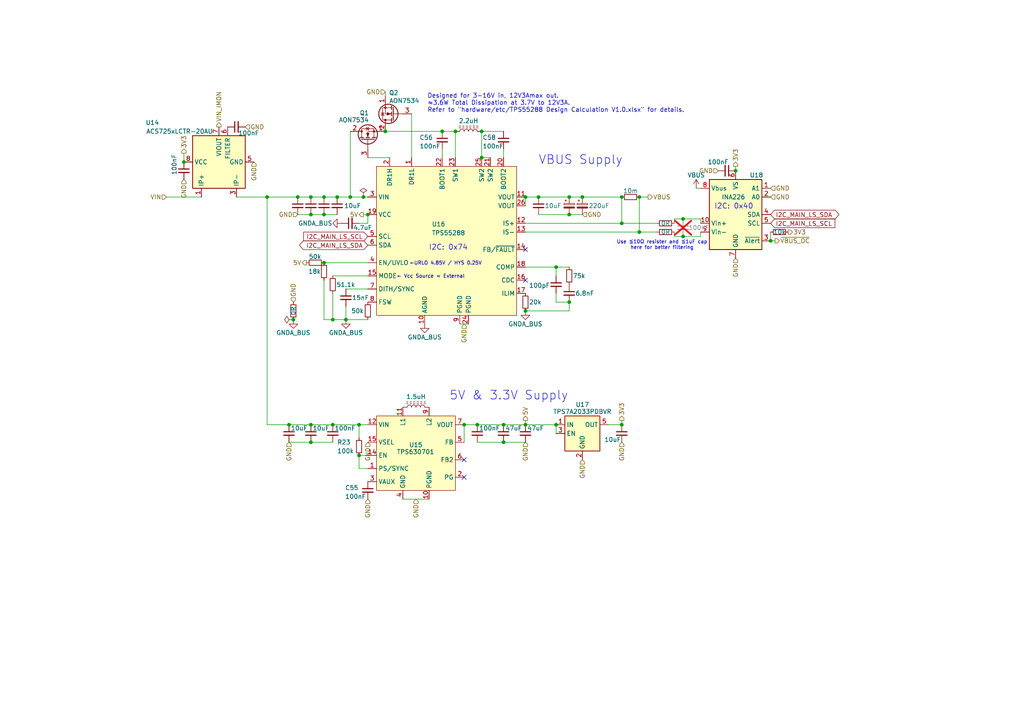
<source format=kicad_sch>
(kicad_sch (version 20231120) (generator "eeschema") (generator_version "8.0")
  (paper "A4")
  (lib_symbols
    (symbol "Device:C_Polarized_Small" (pin_numbers hide) (pin_names (offset 0.254) hide)
      (property "Reference" "C" (at 0.254 1.778 0))
      (property "Value" "C_Polarized_Small" (at 0.254 -2.032 0))
      (symbol "C_Polarized_Small_0_1"
        (rectangle (start -1.524 -0.3048) (end 1.524 -0.6858) (fill (type outline)))
        (rectangle (start -1.524 0.6858) (end 1.524 0.3048))
        (polyline (pts (xy -1.27 1.524) (xy -0.762 1.524)))
        (polyline (pts (xy -1.016 1.27) (xy -1.016 1.778)))
      )
      (symbol "C_Polarized_Small_1_1"
        (pin passive line (at 0 2.54 270) (length 1.8542) (name "~") (number "1"))
        (pin passive line (at 0 -2.54 90) (length 1.8542) (name "~") (number "2"))
      )
    )
    (symbol "Device:C_Small" (pin_numbers hide) (pin_names (offset 0.254) hide)
      (property "Reference" "C" (at 0.254 1.778 0))
      (property "Value" "C_Small" (at 0.254 -2.032 0))
      (symbol "C_Small_0_1"
        (polyline (pts (xy -1.524 -0.508) (xy 1.524 -0.508)) (stroke (width 0.3302)))
        (polyline (pts (xy -1.524 0.508) (xy 1.524 0.508)) (stroke (width 0.3048)))
      )
      (symbol "C_Small_1_1"
        (pin passive line (at 0 2.54 270) (length 2.032) (name "~") (number "1"))
        (pin passive line (at 0 -2.54 90) (length 2.032) (name "~") (number "2"))
      )
    )
    (symbol "Device:L_Ferrite" (pin_numbers hide) (pin_names (offset 1.016) hide)
      (property "Reference" "L" (at -1.27 0 90))
      (property "Value" "L_Ferrite" (at 2.794 0 90))
      (symbol "L_Ferrite_0_1"
        (arc (start 0 -2.54) (mid 0.6323 -1.905) (end 0 -1.27))
        (arc (start 0 -1.27) (mid 0.6323 -0.635) (end 0 0))
        (polyline (pts (xy 1.016 -2.794) (xy 1.016 -2.286)))
        (polyline (pts (xy 1.016 -1.778) (xy 1.016 -1.27)))
        (polyline (pts (xy 1.016 -0.762) (xy 1.016 -0.254)))
        (polyline (pts (xy 1.016 0.254) (xy 1.016 0.762)))
        (polyline (pts (xy 1.016 1.27) (xy 1.016 1.778)))
        (polyline (pts (xy 1.016 2.286) (xy 1.016 2.794)))
        (polyline (pts (xy 1.524 -2.286) (xy 1.524 -2.794)))
        (polyline (pts (xy 1.524 -1.27) (xy 1.524 -1.778)))
        (polyline (pts (xy 1.524 -0.254) (xy 1.524 -0.762)))
        (polyline (pts (xy 1.524 0.762) (xy 1.524 0.254)))
        (polyline (pts (xy 1.524 1.778) (xy 1.524 1.27)))
        (polyline (pts (xy 1.524 2.794) (xy 1.524 2.286)))
        (arc (start 0 0) (mid 0.6323 0.635) (end 0 1.27))
        (arc (start 0 1.27) (mid 0.6323 1.905) (end 0 2.54))
      )
      (symbol "L_Ferrite_1_1"
        (pin passive line (at 0 3.81 270) (length 1.27) (name "1") (number "1"))
        (pin passive line (at 0 -3.81 90) (length 1.27) (name "2") (number "2"))
      )
    )
    (symbol "Device:Q_NMOS_SDG" (pin_names (offset 0) hide)
      (property "Reference" "Q" (at 5.08 1.27 0))
      (property "Value" "Q_NMOS_SDG" (at 5.08 -1.27 0))
      (symbol "Q_NMOS_SDG_0_1"
        (polyline (pts (xy 0.254 0) (xy -2.54 0)))
        (polyline (pts (xy 0.254 1.905) (xy 0.254 -1.905)) (stroke (width 0.254)))
        (polyline (pts (xy 0.762 -1.27) (xy 0.762 -2.286)) (stroke (width 0.254)))
        (polyline (pts (xy 0.762 0.508) (xy 0.762 -0.508)) (stroke (width 0.254)))
        (polyline (pts (xy 0.762 2.286) (xy 0.762 1.27)) (stroke (width 0.254)))
        (polyline (pts (xy 2.54 2.54) (xy 2.54 1.778)))
        (polyline (pts (xy 2.54 -2.54) (xy 2.54 0) (xy 0.762 0)))
        (polyline (pts (xy 0.762 -1.778) (xy 3.302 -1.778) (xy 3.302 1.778) (xy 0.762 1.778)))
        (polyline (pts (xy 1.016 0) (xy 2.032 0.381) (xy 2.032 -0.381) (xy 1.016 0)) (fill (type outline)))
        (polyline (pts (xy 2.794 0.508) (xy 2.921 0.381) (xy 3.683 0.381) (xy 3.81 0.254)))
        (polyline (pts (xy 3.302 0.381) (xy 2.921 -0.254) (xy 3.683 -0.254) (xy 3.302 0.381)))
        (circle (center 1.651 0) (radius 2.794) (stroke (width 0.254)))
        (circle (center 2.54 -1.778) (radius 0.254) (fill (type outline)))
        (circle (center 2.54 1.778) (radius 0.254) (fill (type outline)))
      )
      (symbol "Q_NMOS_SDG_1_1"
        (pin passive line (at 2.54 -5.08 90) (length 2.54) (name "S") (number "1"))
        (pin passive line (at 2.54 5.08 270) (length 2.54) (name "D") (number "2"))
        (pin input line (at -5.08 0 0) (length 2.54) (name "G") (number "3"))
      )
    )
    (symbol "Device:R_Small" (pin_numbers hide) (pin_names (offset 0.254) hide)
      (property "Reference" "R" (at 0.762 0.508 0))
      (property "Value" "R_Small" (at 0.762 -1.016 0))
      (symbol "R_Small_0_1"
        (rectangle (start -0.762 1.778) (end 0.762 -1.778) (stroke (width 0.2032)))
      )
      (symbol "R_Small_1_1"
        (pin passive line (at 0 2.54 270) (length 0.762) (name "~") (number "1"))
        (pin passive line (at 0 -2.54 90) (length 0.762) (name "~") (number "2"))
      )
    )
    (symbol "Local:TPS55288"
      (property "Reference" "U" (at -6.35 3.81 0))
      (property "Value" "TPS55288" (at -6.35 3.81 0))
      (symbol "TPS55288_0_1"
        (rectangle (start -20.32 21.59) (end 20.32 -21.59) (fill (type background)))
      )
      (symbol "TPS55288_1_1"
        (pin output line (at -10.16 24.13 270) (length 2.54) (name "DR1L") (number "1"))
        (pin power_in line (at -6.35 -24.13 90) (length 2.54) (name "AGND") (number "10"))
        (pin power_out line (at 22.86 12.7 180) (length 2.54) (name "VOUT") (number "11"))
        (pin input line (at 22.86 5.08 180) (length 2.54) (name "IS+") (number "12"))
        (pin input line (at 22.86 2.54 180) (length 2.54) (name "IS-") (number "13"))
        (pin bidirectional line (at 22.86 -2.54 180) (length 2.54) (name "FB/~{FAULT}") (number "14"))
        (pin input line (at -22.86 -10.16 0) (length 2.54) (name "MODE") (number "15"))
        (pin output line (at 22.86 -11.43 180) (length 2.54) (name "CDC") (number "16"))
        (pin output line (at 22.86 -15.24 180) (length 2.54) (name "ILIM") (number "17"))
        (pin input line (at 22.86 -7.62 180) (length 2.54) (name "COMP") (number "18"))
        (pin power_out line (at -22.86 7.62 0) (length 2.54) (name "VCC") (number "19"))
        (pin output line (at -16.51 24.13 270) (length 2.54) (name "DR1H") (number "2"))
        (pin unspecified line (at 16.51 24.13 270) (length 2.54) (name "BOOT2") (number "20"))
        (pin unspecified line (at 12.7 24.13 270) (length 2.54) (name "SW2") (number "21"))
        (pin unspecified line (at -1.27 24.13 270) (length 2.54) (name "BOOT1") (number "22"))
        (pin unspecified line (at 2.54 24.13 270) (length 2.54) (name "SW1") (number "23"))
        (pin power_in line (at 6.35 -24.13 90) (length 2.54) (name "PGND") (number "24"))
        (pin unspecified line (at 10.16 24.13 270) (length 2.54) (name "SW2") (number "25"))
        (pin power_out line (at 22.86 10.16 180) (length 2.54) (name "VOUT") (number "26"))
        (pin power_in line (at -22.86 12.7 0) (length 2.54) (name "VIN") (number "3"))
        (pin input line (at -22.86 -6.35 0) (length 2.54) (name "EN/UVLO") (number "4"))
        (pin input line (at -22.86 1.27 0) (length 2.54) (name "SCL") (number "5"))
        (pin bidirectional line (at -22.86 -1.27 0) (length 2.54) (name "SDA") (number "6"))
        (pin input line (at -22.86 -13.97 0) (length 2.54) (name "DITH/SYNC") (number "7"))
        (pin output line (at -22.86 -17.78 0) (length 2.54) (name "FSW") (number "8"))
        (pin power_in line (at 3.81 -24.13 90) (length 2.54) (name "PGND") (number "9"))
      )
    )
    (symbol "Local:TPS630701"
      (property "Reference" "U" (at 0 0 0))
      (property "Value" "TPS630701" (at 0 0 0))
      (symbol "TPS630701_0_1"
        (rectangle (start -11.43 10.16) (end 11.43 -11.43) (fill (type background)))
      )
      (symbol "TPS630701_1_1"
        (pin input line (at -13.97 -5.08 0) (length 2.54) (name "PS/SYNC") (number "1"))
        (pin power_in line (at 3.81 -13.97 90) (length 2.54) (name "PGND") (number "10"))
        (pin unspecified line (at -3.81 12.7 270) (length 2.54) (name "L1") (number "11"))
        (pin power_in line (at -13.97 7.62 0) (length 2.54) (name "VIN") (number "12"))
        (pin input line (at -13.97 -1.27 0) (length 2.54) (name "EN") (number "14"))
        (pin input line (at -13.97 2.54 0) (length 2.54) (name "VSEL") (number "15"))
        (pin open_collector line (at 13.97 -7.62 180) (length 2.54) (name "PG") (number "2"))
        (pin unspecified line (at -13.97 -8.89 0) (length 2.54) (name "VAUX") (number "3"))
        (pin power_in line (at -3.81 -13.97 90) (length 2.54) (name "GND") (number "4"))
        (pin input line (at 13.97 2.54 180) (length 2.54) (name "FB") (number "5"))
        (pin input line (at 13.97 -2.54 180) (length 2.54) (name "FB2") (number "6"))
        (pin power_out line (at 13.97 7.62 180) (length 2.54) (name "VOUT") (number "7"))
        (pin unspecified line (at 3.81 12.7 270) (length 2.54) (name "L2") (number "9"))
      )
    )
    (symbol "Local:TPS7A2033PDBVR"
      (property "Reference" "U" (at -3.81 6.35 0))
      (property "Value" "TPS7A2033PDBVR" (at 6.35 6.35 0))
      (symbol "TPS7A2033PDBVR_0_1"
        (rectangle (start -5.08 -5.08) (end 5.08 5.08) (stroke (width 0.254)) (fill (type background)))
        (pin power_in line (at -7.62 2.54 0) (length 2.54) (name "IN") (number "1"))
        (pin power_in line (at 0 -7.62 90) (length 2.54) (name "GND") (number "2"))
        (pin input line (at -7.62 0 0) (length 2.54) (name "EN") (number "3"))
        (pin no_connect line (at 5.08 0 180) (length 2.54) hide (name "NC") (number "4"))
        (pin power_out line (at 7.62 2.54 180) (length 2.54) (name "OUT") (number "5"))
      )
    )
    (symbol "Sensor_Current:ACS725xLCTR-20AU"
      (property "Reference" "U" (at 2.54 11.43 0))
      (property "Value" "ACS725xLCTR-20AU" (at 2.54 8.89 0))
      (symbol "ACS725xLCTR-20AU_0_1"
        (rectangle (start -7.62 7.62) (end 7.62 -7.62) (stroke (width 0.254)) (fill (type background)))
      )
      (symbol "ACS725xLCTR-20AU_1_1"
        (pin passive line (at -10.16 5.08 0) (length 2.54) (name "IP+") (number "1"))
        (pin passive line (at -10.16 5.08 0) (length 2.54) hide (name "IP+") (number "2"))
        (pin passive line (at -10.16 -5.08 0) (length 2.54) (name "IP-") (number "3"))
        (pin passive line (at -10.16 -5.08 0) (length 2.54) hide (name "IP-") (number "4"))
        (pin power_in line (at 0 -10.16 90) (length 2.54) (name "GND") (number "5"))
        (pin passive line (at 10.16 -2.54 180) (length 2.54) (name "FILTER") (number "6"))
        (pin output line (at 10.16 0 180) (length 2.54) (name "VIOUT") (number "7"))
        (pin power_in line (at 0 10.16 270) (length 2.54) (name "VCC") (number "8"))
      )
    )
    (symbol "Sensor_Energy:INA226"
      (property "Reference" "U" (at -6.35 11.43 0))
      (property "Value" "INA226" (at 3.81 11.43 0))
      (symbol "INA226_0_1"
        (rectangle (start 7.62 10.16) (end -7.62 -10.16) (stroke (width 0.254)) (fill (type background)))
      )
      (symbol "INA226_1_1"
        (pin input line (at 10.16 7.62 180) (length 2.54) (name "A1") (number "1"))
        (pin input line (at -10.16 -2.54 0) (length 2.54) (name "Vin+") (number "10"))
        (pin input line (at 10.16 5.08 180) (length 2.54) (name "A0") (number "2"))
        (pin open_collector line (at 10.16 -7.62 180) (length 2.54) (name "~{Alert}") (number "3"))
        (pin bidirectional line (at 10.16 0 180) (length 2.54) (name "SDA") (number "4"))
        (pin input line (at 10.16 -2.54 180) (length 2.54) (name "SCL") (number "5"))
        (pin power_in line (at 0 12.7 270) (length 2.54) (name "VS") (number "6"))
        (pin power_in line (at 0 -12.7 90) (length 2.54) (name "GND") (number "7"))
        (pin input line (at -10.16 7.62 0) (length 2.54) (name "Vbus") (number "8"))
        (pin input line (at -10.16 -5.08 0) (length 2.54) (name "Vin-") (number "9"))
      )
    )
    (symbol "power:GNDA" (power) (pin_numbers hide) (pin_names (offset 0) hide)
      (property "Value" "GNDA" (at 0 -3.81 0))
      (symbol "GNDA_0_1"
        (polyline (pts (xy 0 0) (xy 0 -1.27) (xy 1.27 -1.27) (xy 0 -2.54) (xy -1.27 -1.27) (xy 0 -1.27)))
      )
      (symbol "GNDA_1_1"
        (pin power_in line (at 0 0 270) (length 0) (name "~") (number "1"))
      )
    )
    (symbol "power:PWR_FLAG" (power) (pin_numbers hide) (pin_names (offset 0) hide)
      (property "Value" "PWR_FLAG" (at 0 3.81 0))
      (symbol "PWR_FLAG_0_0"
        (pin power_out line (at 0 0 90) (length 0) (name "~") (number "1"))
      )
      (symbol "PWR_FLAG_0_1"
        (polyline (pts (xy 0 0) (xy 0 1.27) (xy -1.016 1.905) (xy 0 2.54) (xy 1.016 1.905) (xy 0 1.27)))
      )
    )
    (symbol "power:VBUS" (power) (pin_numbers hide) (pin_names (offset 0) hide)
      (property "Value" "VBUS" (at 0 3.556 0))
      (symbol "VBUS_0_1"
        (polyline (pts (xy -0.762 1.27) (xy 0 2.54)))
        (polyline (pts (xy 0 0) (xy 0 2.54)))
        (polyline (pts (xy 0 2.54) (xy 0.762 1.27)))
      )
      (symbol "VBUS_1_1"
        (pin power_in line (at 0 0 90) (length 0) (name "~") (number "1"))
      )
    )
  )
  (junction (at 138.43 123.19))
  (junction (at 96.52 92.71))
  (junction (at 185.42 67.31))
  (junction (at 132.08 38.1))
  (junction (at 105.41 57.15))
  (junction (at 93.98 76.2))
  (junction (at 161.29 77.47))
  (junction (at 111.76 38.1))
  (junction (at 213.36 49.53))
  (junction (at 134.62 123.19))
  (junction (at 168.91 57.15))
  (junction (at 161.29 123.19))
  (junction (at 165.1 87.63))
  (junction (at 152.4 90.17))
  (junction (at 180.34 57.15))
  (junction (at 90.17 57.15))
  (junction (at 100.33 92.71))
  (junction (at 83.82 123.19))
  (junction (at 185.42 57.15))
  (junction (at 90.17 128.27))
  (junction (at 156.21 57.15))
  (junction (at 146.05 128.27))
  (junction (at 180.34 64.77))
  (junction (at 104.14 123.19))
  (junction (at 165.1 57.15))
  (junction (at 106.68 62.23))
  (junction (at 93.98 62.23))
  (junction (at 152.4 123.19))
  (junction (at 198.12 63.5))
  (junction (at 90.17 62.23))
  (junction (at 93.98 57.15))
  (junction (at 223.52 69.85))
  (junction (at 90.17 123.19))
  (junction (at 85.09 92.71))
  (junction (at 77.47 57.15))
  (junction (at 96.52 123.19))
  (junction (at 139.7 38.1))
  (junction (at 165.1 62.23))
  (junction (at 198.12 68.58))
  (junction (at 180.34 123.19))
  (junction (at 152.4 57.15))
  (junction (at 128.27 38.1))
  (junction (at 146.05 123.19))
  (junction (at 97.79 57.15))
  (junction (at 139.7 45.72))
  (junction (at 104.14 132.08))
  (junction (at 101.6 57.15))
  (junction (at 53.34 46.99))
  (junction (at 86.36 57.15))
  (no_connect (at 134.62 138.43))
  (no_connect (at 152.4 81.28))
  (no_connect (at 152.4 72.39))
  (no_connect (at 134.62 133.35))
  (wire (pts (xy 104.14 123.19) (xy 104.14 127)))
  (wire (pts (xy 90.17 128.27) (xy 96.52 128.27)))
  (wire (pts (xy 96.52 85.09) (xy 96.52 92.71)))
  (wire (pts (xy 224.79 69.85) (xy 223.52 69.85)))
  (wire (pts (xy 77.47 123.19) (xy 83.82 123.19)))
  (wire (pts (xy 93.98 81.28) (xy 93.98 92.71)))
  (wire (pts (xy 86.36 62.23) (xy 90.17 62.23)))
  (wire (pts (xy 105.41 57.15) (xy 106.68 57.15)))
  (wire (pts (xy 116.84 144.78) (xy 124.46 144.78)))
  (wire (pts (xy 106.68 92.71) (xy 100.33 92.71)))
  (wire (pts (xy 68.58 57.15) (xy 77.47 57.15)))
  (wire (pts (xy 132.08 38.1) (xy 132.08 45.72)))
  (wire (pts (xy 165.1 62.23) (xy 168.91 62.23)))
  (wire (pts (xy 104.14 135.89) (xy 106.68 135.89)))
  (wire (pts (xy 185.42 67.31) (xy 190.5 67.31)))
  (wire (pts (xy 203.2 63.5) (xy 203.2 64.77)))
  (wire (pts (xy 146.05 123.19) (xy 152.4 123.19)))
  (wire (pts (xy 180.34 64.77) (xy 180.34 57.15)))
  (wire (pts (xy 128.27 43.18) (xy 128.27 45.72)))
  (wire (pts (xy 128.27 38.1) (xy 132.08 38.1)))
  (wire (pts (xy 198.12 68.58) (xy 203.2 68.58)))
  (wire (pts (xy 201.93 54.61) (xy 203.2 54.61)))
  (wire (pts (xy 83.82 123.19) (xy 90.17 123.19)))
  (wire (pts (xy 203.2 68.58) (xy 203.2 67.31)))
  (wire (pts (xy 139.7 38.1) (xy 139.7 45.72)))
  (wire (pts (xy 161.29 77.47) (xy 165.1 77.47)))
  (wire (pts (xy 104.14 132.08) (xy 106.68 132.08)))
  (wire (pts (xy 139.7 45.72) (xy 142.24 45.72)))
  (wire (pts (xy 180.34 121.92) (xy 180.34 123.19)))
  (wire (pts (xy 139.7 38.1) (xy 146.05 38.1)))
  (wire (pts (xy 165.1 87.63) (xy 165.1 90.17)))
  (wire (pts (xy 161.29 123.19) (xy 161.29 125.73)))
  (wire (pts (xy 152.4 57.15) (xy 152.4 59.69)))
  (wire (pts (xy 93.98 76.2) (xy 106.68 76.2)))
  (wire (pts (xy 195.58 67.31) (xy 195.58 68.58)))
  (wire (pts (xy 101.6 57.15) (xy 105.41 57.15)))
  (wire (pts (xy 156.21 62.23) (xy 165.1 62.23)))
  (wire (pts (xy 96.52 80.01) (xy 106.68 80.01)))
  (wire (pts (xy 161.29 77.47) (xy 161.29 80.01)))
  (wire (pts (xy 185.42 57.15) (xy 187.96 57.15)))
  (wire (pts (xy 138.43 123.19) (xy 146.05 123.19)))
  (wire (pts (xy 195.58 68.58) (xy 198.12 68.58)))
  (wire (pts (xy 152.4 77.47) (xy 161.29 77.47)))
  (wire (pts (xy 185.42 67.31) (xy 185.42 57.15)))
  (wire (pts (xy 152.4 57.15) (xy 156.21 57.15)))
  (wire (pts (xy 90.17 62.23) (xy 93.98 62.23)))
  (wire (pts (xy 161.29 85.09) (xy 161.29 87.63)))
  (wire (pts (xy 100.33 83.82) (xy 106.68 83.82)))
  (wire (pts (xy 111.76 38.1) (xy 128.27 38.1)))
  (wire (pts (xy 198.12 63.5) (xy 203.2 63.5)))
  (wire (pts (xy 93.98 62.23) (xy 97.79 62.23)))
  (wire (pts (xy 106.68 64.77) (xy 106.68 62.23)))
  (wire (pts (xy 180.34 123.19) (xy 176.53 123.19)))
  (wire (pts (xy 104.14 64.77) (xy 106.68 64.77)))
  (wire (pts (xy 111.76 26.67) (xy 111.76 27.94)))
  (wire (pts (xy 93.98 57.15) (xy 97.79 57.15)))
  (wire (pts (xy 138.43 128.27) (xy 146.05 128.27)))
  (wire (pts (xy 223.52 67.31) (xy 223.52 69.85)))
  (wire (pts (xy 48.26 57.15) (xy 58.42 57.15)))
  (wire (pts (xy 152.4 121.92) (xy 152.4 123.19)))
  (wire (pts (xy 77.47 123.19) (xy 77.47 57.15)))
  (wire (pts (xy 146.05 128.27) (xy 152.4 128.27)))
  (wire (pts (xy 119.38 33.02) (xy 119.38 45.72)))
  (wire (pts (xy 168.91 57.15) (xy 180.34 57.15)))
  (wire (pts (xy 161.29 87.63) (xy 165.1 87.63)))
  (wire (pts (xy 165.1 57.15) (xy 168.91 57.15)))
  (wire (pts (xy 77.47 57.15) (xy 86.36 57.15)))
  (wire (pts (xy 106.68 45.72) (xy 113.03 45.72)))
  (wire (pts (xy 134.62 123.19) (xy 138.43 123.19)))
  (wire (pts (xy 93.98 92.71) (xy 96.52 92.71)))
  (wire (pts (xy 100.33 92.71) (xy 96.52 92.71)))
  (wire (pts (xy 195.58 63.5) (xy 198.12 63.5)))
  (wire (pts (xy 83.82 128.27) (xy 90.17 128.27)))
  (wire (pts (xy 53.34 44.45) (xy 53.34 46.99)))
  (wire (pts (xy 156.21 57.15) (xy 165.1 57.15)))
  (wire (pts (xy 146.05 43.18) (xy 146.05 45.72)))
  (wire (pts (xy 104.14 123.19) (xy 106.68 123.19)))
  (wire (pts (xy 96.52 123.19) (xy 104.14 123.19)))
  (wire (pts (xy 105.41 62.23) (xy 106.68 62.23)))
  (wire (pts (xy 100.33 92.71) (xy 100.33 88.9)))
  (wire (pts (xy 152.4 64.77) (xy 180.34 64.77)))
  (wire (pts (xy 152.4 123.19) (xy 161.29 123.19)))
  (wire (pts (xy 86.36 57.15) (xy 90.17 57.15)))
  (wire (pts (xy 133.35 93.98) (xy 135.89 93.98)))
  (wire (pts (xy 104.14 132.08) (xy 104.14 135.89)))
  (wire (pts (xy 134.62 123.19) (xy 134.62 128.27)))
  (wire (pts (xy 195.58 64.77) (xy 195.58 63.5)))
  (wire (pts (xy 97.79 57.15) (xy 101.6 57.15)))
  (wire (pts (xy 152.4 90.17) (xy 165.1 90.17)))
  (wire (pts (xy 152.4 67.31) (xy 185.42 67.31)))
  (wire (pts (xy 90.17 57.15) (xy 93.98 57.15)))
  (wire (pts (xy 213.36 48.26) (xy 213.36 49.53)))
  (wire (pts (xy 101.6 38.1) (xy 101.6 57.15)))
  (wire (pts (xy 90.17 123.19) (xy 96.52 123.19)))
  (wire (pts (xy 180.34 64.77) (xy 190.5 64.77)))
  (text "Use ≦10Ω resister and ≦1uF cap\nhere for better filtering" (at 192.024 71.12 0) (effects (font (size 1.016 1.016))))
  (text "5V & 3.3V Supply" (at 147.574 114.808 0) (effects (font (size 2.54 2.54))))
  (text "I2C: 0x74" (at 130.048 71.882 0) (effects (font (size 1.524 1.524))))
  (text "Designed for 3-16V in, 12V3Amax out.\n≈3.6W Total Dissipation at 3.7V to 12V3A.\nRefer to \"hardware/etc/TPS55288 Design Calculation V1.0.xlsx\" for details." (at 123.952 29.972 0) (effects (font (size 1.27 1.27)) (justify left)))
  (text "←URLO 4.85V / HYS 0.25V" (at 129.286 76.454 0) (effects (font (size 1.016 1.016))))
  (text "← Vcc Source = External" (at 124.968 80.264 0) (effects (font (size 1.016 1.016))))
  (text "VBUS Supply" (at 168.402 46.482 0) (effects (font (size 2.54 2.54))))
  (text "I2C: 0x40" (at 212.852 59.944 0) (effects (font (size 1.524 1.524))))
  (global_label "I2C_MAIN_LS_SCL" (shape input) (at 106.68 68.58 180) (property "Intersheetrefs" "${INTERSHEET_REFS}" (effects (hide yes))))
  (global_label "I2C_MAIN_LS_SDA" (shape bidirectional) (at 106.68 71.12 180) (property "Intersheetrefs" "${INTERSHEET_REFS}" (effects (hide yes))))
  (global_label "I2C_MAIN_LS_SDA" (shape bidirectional) (at 223.52 62.23 0) (property "Intersheetrefs" "${INTERSHEET_REFS}" (effects (hide yes))))
  (global_label "I2C_MAIN_LS_SCL" (shape input) (at 223.52 64.77 0) (property "Intersheetrefs" "${INTERSHEET_REFS}" (effects (hide yes))))
  (hierarchical_label "GND" (shape input) (at 168.91 133.35 270))
  (hierarchical_label "GND" (shape input) (at 53.34 52.07 270))
  (hierarchical_label "GND" (shape input) (at 120.65 144.78 270))
  (hierarchical_label "GND" (shape input) (at 106.68 144.78 270))
  (hierarchical_label "3V3" (shape output) (at 228.6 67.31 0))
  (hierarchical_label "GND" (shape input) (at 71.12 36.83 0))
  (hierarchical_label "3V3" (shape output) (at 180.34 121.92 90))
  (hierarchical_label "VIN" (shape input) (at 48.26 57.15 180))
  (hierarchical_label "~{VBUS_OC}" (shape output) (at 224.79 69.85 0))
  (hierarchical_label "3V3" (shape output) (at 53.34 44.45 90))
  (hierarchical_label "GND" (shape input) (at 213.36 74.93 270))
  (hierarchical_label "GND" (shape input) (at 85.09 87.63 90))
  (hierarchical_label "5V" (shape output) (at 88.9 76.2 180))
  (hierarchical_label "GND" (shape input) (at 134.62 93.98 270))
  (hierarchical_label "GND" (shape input) (at 152.4 128.27 270))
  (hierarchical_label "GND" (shape input) (at 83.82 128.27 270))
  (hierarchical_label "3V3" (shape output) (at 213.36 48.26 90))
  (hierarchical_label "VIN_IMON" (shape output) (at 63.5 36.83 90))
  (hierarchical_label "VBUS" (shape output) (at 187.96 57.15 0))
  (hierarchical_label "GND" (shape input) (at 223.52 54.61 0))
  (hierarchical_label "GND" (shape input) (at 106.68 128.27 270))
  (hierarchical_label "GND" (shape input) (at 208.28 49.53 180))
  (hierarchical_label "GND" (shape input) (at 86.36 62.23 180))
  (hierarchical_label "GND" (shape input) (at 73.66 46.99 270))
  (hierarchical_label "GND" (shape input) (at 180.34 128.27 270))
  (hierarchical_label "5V" (shape output) (at 105.41 62.23 180))
  (hierarchical_label "GND" (shape input) (at 168.91 62.23 0))
  (hierarchical_label "GND" (shape input) (at 223.52 57.15 0))
  (hierarchical_label "GND" (shape input) (at 111.76 26.67 180))
  (hierarchical_label "5V" (shape output) (at 152.4 121.92 90))
  (symbol (lib_id "power:GNDA") (at 123.19 93.98 0) (unit 1)
    (property "Reference" "#PWR076" (effects (hide yes)))
    (property "Value" "GNDA_BUS" (at 123.19 97.79 0))
    (property "Description" "Power symbol creates a global label with name \"GNDA\" , analog ground" (effects (hide yes)))
  )
  (symbol (lib_id "Local:TPS7A2033PDBVR") (at 168.91 125.73 0) (unit 1)
    (property "Reference" "U17" (at 168.91 117.348 0))
    (property "Value" "TPS7A2033PDBVR" (at 168.91 119.38 0))
    (property "Footprint" "Package_TO_SOT_SMD:SOT-23-5" (effects (hide yes)))
    (property "Datasheet" "https://www.ti.com/lit/ds/symlink/tps7a20.pdf" (effects (hide yes)))
    (property "Description" "Ultra-Low-Noise, Low-IQ, High PSRR LDO" (effects (hide yes)))
    (property "LCSC" "C2862740" (effects (hide yes)))
  )
  (symbol (lib_id "Device:R_Small") (at 85.09 90.17 0) (unit 1)
    (property "Reference" "R19" (effects (hide yes)))
    (property "Value" "0R" (at 85.09 90.17 90))
    (property "Footprint" "Resistor_SMD:R_0603_1608Metric" (effects (hide yes)))
    (property "Description" "Resistor, small symbol" (effects (hide yes)))
    (property "LCSC" "C21189" (effects (hide yes)))
  )
  (symbol (lib_id "Device:C_Small") (at 86.36 59.69 0) (unit 1)
    (property "Reference" "C47" (effects (hide yes)))
    (property "Value" "10uF" (effects (hide yes)))
    (property "Footprint" "Capacitor_SMD:C_0805_2012Metric" (effects (hide yes)))
    (property "Description" "Unpolarized capacitor, small symbol" (effects (hide yes)))
    (property "LCSC" "C15850" (effects (hide yes)))
  )
  (symbol (lib_id "Device:R_Small") (at 193.04 64.77 90) (unit 1)
    (property "Reference" "R28" (effects (hide yes)))
    (property "Value" "0R" (at 193.04 64.77 90))
    (property "Footprint" "Resistor_SMD:R_0402_1005Metric" (effects (hide yes)))
    (property "Description" "Resistor, small symbol" (effects (hide yes)))
    (property "LCSC" "C17168" (effects (hide yes)))
  )
  (symbol (lib_id "Device:C_Small") (at 90.17 125.73 0) (unit 1)
    (property "Reference" "C49" (effects (hide yes)))
    (property "Value" "10uF" (at 90.678 124.206 0) (effects (justify left)))
    (property "Footprint" "Capacitor_SMD:C_0805_2012Metric" (effects (hide yes)))
    (property "Description" "Unpolarized capacitor, small symbol" (effects (hide yes)))
    (property "LCSC" "C15850" (effects (hide yes)))
  )
  (symbol (lib_id "Device:C_Small") (at 83.82 125.73 0) (unit 1)
    (property "Reference" "C46" (effects (hide yes)))
    (property "Value" "10uF" (at 84.328 124.206 0) (effects (justify left)))
    (property "Footprint" "Capacitor_SMD:C_0805_2012Metric" (effects (hide yes)))
    (property "Description" "Unpolarized capacitor, small symbol" (effects (hide yes)))
    (property "LCSC" "C15850" (effects (hide yes)))
  )
  (symbol (lib_id "Device:R_Small") (at 104.14 129.54 0) (unit 1)
    (property "Reference" "R23" (at 97.79 128.27 0) (effects (justify left)))
    (property "Value" "100k" (at 97.79 130.81 0) (effects (justify left)))
    (property "Footprint" "Resistor_SMD:R_0402_1005Metric" (effects (hide yes)))
    (property "Description" "Resistor, small symbol" (effects (hide yes)))
    (property "LCSC" "C25741" (effects (hide yes)))
  )
  (symbol (lib_id "power:GNDA") (at 85.09 92.71 0) (unit 1)
    (property "Reference" "#PWR073" (effects (hide yes)))
    (property "Value" "GNDA_BUS" (at 85.09 96.52 0))
    (property "Description" "Power symbol creates a global label with name \"GNDA\" , analog ground" (effects (hide yes)))
  )
  (symbol (lib_id "Device:R_Small") (at 182.88 57.15 90) (unit 1)
    (property "Reference" "R27" (effects (hide yes)))
    (property "Value" "10m" (at 182.88 55.372 90))
    (property "Footprint" "Resistor_SMD:R_1206_3216Metric" (effects (hide yes)))
    (property "Description" "Resistor, small symbol" (effects (hide yes)))
    (property "LCSC" "C2961483" (effects (hide yes)))
  )
  (symbol (lib_id "Sensor_Current:ACS725xLCTR-20AU") (at 63.5 46.99 90) (unit 1)
    (property "Reference" "U14" (at 44.196 35.56 90))
    (property "Value" "ACS725xLCTR-20AU" (at 52.07 38.1 90))
    (property "Footprint" "Package_SO:SOIC-8_3.9x4.9mm_P1.27mm" (effects (hide yes)))
    (property "Datasheet" "http://www.allegromicro.com/~/media/Files/Datasheets/ACS725-Datasheet.ashx?la=en" (effects (hide yes)))
    (property "Description" "20A Unidirectional Hall-Effect Current Sensor, +3.3V supply, 132mV/A, SOIC-8" (effects (hide yes)))
    (property "LCSC" "C459335" (effects (hide yes)))
  )
  (symbol (lib_id "Device:C_Small") (at 68.58 36.83 90) (unit 1)
    (property "Reference" "C45" (effects (hide yes)))
    (property "Value" "100nF" (at 75.184 38.608 90) (effects (justify left)))
    (property "Footprint" "Capacitor_SMD:C_0402_1005Metric" (effects (hide yes)))
    (property "Description" "Unpolarized capacitor, small symbol" (effects (hide yes)))
    (property "LCSC" "C307331" (effects (hide yes)))
  )
  (symbol (lib_id "Device:C_Small") (at 165.1 85.09 0) (unit 1)
    (property "Reference" "C64" (effects (hide yes)))
    (property "Value" "6.8nF" (at 166.878 85.09 0) (effects (justify left)))
    (property "Footprint" "Capacitor_SMD:C_0402_1005Metric" (effects (hide yes)))
    (property "Description" "Unpolarized capacitor, small symbol" (effects (hide yes)))
    (property "LCSC" "C1542" (effects (hide yes)))
  )
  (symbol (lib_id "Local:TPS55288") (at 129.54 69.85 0) (unit 1)
    (property "Reference" "U16" (at 125.222 65.024 0) (effects (justify left)))
    (property "Value" "TPS55288" (at 125.222 67.564 0) (effects (justify left)))
    (property "Footprint" "Local_Imported:RPM0026A-MFG" (effects (hide yes)))
    (property "Datasheet" "https://www.ti.com/lit/ds/symlink/tps55288-q1.pdf" (effects (hide yes)))
    (property "Description" "36V, 16A Buck-boost Converter with I2C Interface" (effects (hide yes)))
    (property "LCSC" "C2876595" (effects (hide yes)))
  )
  (symbol (lib_id "Device:C_Small") (at 128.27 40.64 0) (unit 1)
    (property "Reference" "C56" (at 121.666 39.878 0) (effects (justify left)))
    (property "Value" "100nF" (at 121.666 42.418 0) (effects (justify left)))
    (property "Footprint" "Capacitor_SMD:C_0402_1005Metric" (effects (hide yes)))
    (property "Description" "Unpolarized capacitor, small symbol" (effects (hide yes)))
    (property "LCSC" "C307331" (effects (hide yes)))
  )
  (symbol (lib_id "Device:C_Small") (at 180.34 125.73 0) (unit 1)
    (property "Reference" "C66" (effects (hide yes)))
    (property "Value" "10uF" (at 175.26 127.508 0) (effects (justify left)))
    (property "Footprint" "Capacitor_SMD:C_0402_1005Metric" (effects (hide yes)))
    (property "Description" "Unpolarized capacitor, small symbol" (effects (hide yes)))
    (property "LCSC" "C15525" (effects (hide yes)))
  )
  (symbol (lib_id "Device:Q_NMOS_SDG") (at 106.68 40.64 90) (unit 1)
    (property "Reference" "Q1" (at 105.664 32.766 90))
    (property "Value" "AON7534" (at 102.616 34.798 90))
    (property "Footprint" "Local_Imported:DFN-8_3x3" (effects (hide yes)))
    (property "Description" "N-MOSFET transistor, source/drain/gate" (effects (hide yes)))
    (property "LCSC" "C115844" (effects (hide yes)))
  )
  (symbol (lib_id "Device:C_Small") (at 93.98 59.69 0) (unit 1)
    (property "Reference" "C50" (effects (hide yes)))
    (property "Value" "10uF" (effects (hide yes)))
    (property "Footprint" "Capacitor_SMD:C_0805_2012Metric" (effects (hide yes)))
    (property "Description" "Unpolarized capacitor, small symbol" (effects (hide yes)))
    (property "LCSC" "C15850" (effects (hide yes)))
  )
  (symbol (lib_id "Device:C_Small") (at 198.12 66.04 0) (unit 1) (dnp yes)
    (property "Reference" "C67" (effects (hide yes)))
    (property "Value" "100nF" (at 199.644 66.04 0) (effects (justify left)))
    (property "Footprint" "Capacitor_SMD:C_0402_1005Metric" (effects (hide yes)))
    (property "Description" "Unpolarized capacitor, small symbol" (effects (hide yes)))
    (property "LCSC" "C307331" (effects (hide yes)))
  )
  (symbol (lib_id "Device:R_Small") (at 193.04 67.31 90) (unit 1)
    (property "Reference" "R29" (effects (hide yes)))
    (property "Value" "0R" (at 193.04 67.31 90))
    (property "Footprint" "Resistor_SMD:R_0402_1005Metric" (effects (hide yes)))
    (property "Description" "Resistor, small symbol" (effects (hide yes)))
    (property "LCSC" "C17168" (effects (hide yes)))
  )
  (symbol (lib_id "Device:C_Polarized_Small") (at 165.1 59.69 0) (unit 1)
    (property "Reference" "C63" (effects (hide yes)))
    (property "Value" "220uF" (effects (hide yes)))
    (property "Footprint" "Local:CP_Radial_D6.3mm_P2.50mm_L8mm_Horizontal" (effects (hide yes)))
    (property "Description" "Polarized capacitor, small symbol" (effects (hide yes)))
    (property "LCSC" "C2943986" (effects (hide yes)))
  )
  (symbol (lib_id "Device:R_Small") (at 106.68 90.17 0) (unit 1)
    (property "Reference" "R24" (effects (hide yes)))
    (property "Value" "50k" (at 101.854 90.17 0) (effects (justify left)))
    (property "Footprint" "Resistor_SMD:R_0402_1005Metric" (effects (hide yes)))
    (property "Description" "Resistor, small symbol" (effects (hide yes)))
    (property "LCSC" "C166559" (effects (hide yes)))
  )
  (symbol (lib_id "Device:C_Small") (at 106.68 142.24 0) (unit 1)
    (property "Reference" "C55" (at 100.076 141.478 0) (effects (justify left)))
    (property "Value" "100nF" (at 100.076 144.018 0) (effects (justify left)))
    (property "Footprint" "Capacitor_SMD:C_0402_1005Metric" (effects (hide yes)))
    (property "Description" "Unpolarized capacitor, small symbol" (effects (hide yes)))
    (property "LCSC" "C307331" (effects (hide yes)))
  )
  (symbol (lib_id "Device:Q_NMOS_SDG") (at 114.3 33.02 180) (unit 1)
    (property "Reference" "Q2" (at 115.57 26.924 0) (effects (justify left)))
    (property "Value" "AON7534" (at 121.666 29.21 0) (effects (justify left)))
    (property "Footprint" "Local_Imported:DFN-8_3x3" (effects (hide yes)))
    (property "Description" "N-MOSFET transistor, source/drain/gate" (effects (hide yes)))
    (property "LCSC" "C115844" (effects (hide yes)))
  )
  (symbol (lib_id "Device:C_Small") (at 156.21 59.69 0) (unit 1)
    (property "Reference" "C61" (effects (hide yes)))
    (property "Value" "10uF" (at 157.988 59.69 0) (effects (justify left)))
    (property "Footprint" "Capacitor_SMD:C_1206_3216Metric" (effects (hide yes)))
    (property "Description" "Unpolarized capacitor, small symbol" (effects (hide yes)))
    (property "LCSC" "C13585" (effects (hide yes)))
  )
  (symbol (lib_id "Device:C_Small") (at 210.82 49.53 270) (unit 1)
    (property "Reference" "C68" (effects (hide yes)))
    (property "Value" "100nF" (at 205.232 46.99 90) (effects (justify left)))
    (property "Footprint" "Capacitor_SMD:C_0402_1005Metric" (effects (hide yes)))
    (property "Description" "Unpolarized capacitor, small symbol" (effects (hide yes)))
    (property "LCSC" "C307331" (effects (hide yes)))
  )
  (symbol (lib_id "Device:C_Small") (at 101.6 64.77 90) (unit 1)
    (property "Reference" "C54" (effects (hide yes)))
    (property "Value" "4.7uF" (at 107.95 66.04 90) (effects (justify left)))
    (property "Footprint" "Capacitor_SMD:C_0402_1005Metric" (effects (hide yes)))
    (property "Description" "Unpolarized capacitor, small symbol" (effects (hide yes)))
    (property "LCSC" "C318563" (effects (hide yes)))
  )
  (symbol (lib_id "Device:R_Small") (at 93.98 78.74 0) (unit 1)
    (property "Reference" "R21" (effects (hide yes)))
    (property "Value" "18k" (at 89.408 78.74 0) (effects (justify left)))
    (property "Footprint" "Resistor_SMD:R_0402_1005Metric" (effects (hide yes)))
    (property "Description" "Resistor, small symbol" (effects (hide yes)))
    (property "LCSC" "C25762" (effects (hide yes)))
  )
  (symbol (lib_id "Device:C_Small") (at 96.52 125.73 0) (unit 1)
    (property "Reference" "C51" (effects (hide yes)))
    (property "Value" "100nF" (at 97.028 124.206 0) (effects (justify left)))
    (property "Footprint" "Capacitor_SMD:C_0402_1005Metric" (effects (hide yes)))
    (property "Description" "Unpolarized capacitor, small symbol" (effects (hide yes)))
    (property "LCSC" "C307331" (effects (hide yes)))
  )
  (symbol (lib_id "Device:C_Small") (at 161.29 82.55 0) (unit 1)
    (property "Reference" "C62" (effects (hide yes)))
    (property "Value" "100pF" (at 153.416 82.804 0) (effects (justify left)))
    (property "Footprint" "Capacitor_SMD:C_0402_1005Metric" (effects (hide yes)))
    (property "Description" "Unpolarized capacitor, small symbol" (effects (hide yes)))
    (property "LCSC" "C1546" (effects (hide yes)))
  )
  (symbol (lib_id "power:PWR_FLAG") (at 105.41 57.15 0) (unit 1)
    (property "Reference" "#FLG04" (effects (hide yes)))
    (property "Value" "PWR_FLAG" (effects (hide yes)))
    (property "Description" "Special symbol for telling ERC where power comes from" (effects (hide yes)))
  )
  (symbol (lib_id "Sensor_Energy:INA226") (at 213.36 62.23 0) (unit 1)
    (property "Reference" "U18" (at 217.424 50.8 0) (effects (justify left)))
    (property "Value" "INA226" (at 209.296 57.15 0) (effects (justify left)))
    (property "Footprint" "Package_SO:VSSOP-10_3x3mm_P0.5mm" (effects (hide yes)))
    (property "Datasheet" "http://www.ti.com/lit/ds/symlink/ina226.pdf" (effects (hide yes)))
    (property "Description" "High-Side or Low-Side Measurement, Bi-Directional Current and Power Monitor (0-36V) with I2C Compatible Interface, VSSOP-10" (effects (hide yes)))
    (property "LCSC" "C49851" (effects (hide yes)))
  )
  (symbol (lib_id "Device:L_Ferrite") (at 135.89 38.1 90) (unit 1)
    (property "Reference" "L2" (effects (hide yes)))
    (property "Value" "2.2uH" (at 135.89 35.052 90))
    (property "Footprint" "Inductor_SMD:L_Coilcraft_XAL1010-XXX" (effects (hide yes)))
    (property "Description" "Inductor with ferrite core" (effects (hide yes)))
    (property "LCSC" "C5125746" (effects (hide yes)))
  )
  (symbol (lib_id "power:VBUS") (at 201.93 54.61 0) (unit 1)
    (property "Reference" "#PWR078" (effects (hide yes)))
    (property "Value" "VBUS" (at 201.93 50.8 0))
    (property "Description" "Power symbol creates a global label with name \"VBUS\"" (effects (hide yes)))
  )
  (symbol (lib_id "Device:R_Small") (at 96.52 82.55 0) (unit 1)
    (property "Reference" "R22" (effects (hide yes)))
    (property "Value" "51.1k" (at 97.536 82.55 0) (effects (justify left)))
    (property "Footprint" "Resistor_SMD:R_0402_1005Metric" (effects (hide yes)))
    (property "Description" "Resistor, small symbol" (effects (hide yes)))
    (property "LCSC" "C284602" (effects (hide yes)))
  )
  (symbol (lib_id "Device:C_Small") (at 100.33 86.36 0) (unit 1)
    (property "Reference" "C53" (effects (hide yes)))
    (property "Value" "15nF" (at 102.108 86.36 0) (effects (justify left)))
    (property "Footprint" "Capacitor_SMD:C_0402_1005Metric" (effects (hide yes)))
    (property "Description" "Unpolarized capacitor, small symbol" (effects (hide yes)))
    (property "LCSC" "C114405" (effects (hide yes)))
  )
  (symbol (lib_id "Device:C_Small") (at 146.05 40.64 0) (unit 1)
    (property "Reference" "C58" (at 139.954 39.878 0) (effects (justify left)))
    (property "Value" "100nF" (at 139.954 42.418 0) (effects (justify left)))
    (property "Footprint" "Capacitor_SMD:C_0402_1005Metric" (effects (hide yes)))
    (property "Description" "Unpolarized capacitor, small symbol" (effects (hide yes)))
    (property "LCSC" "C307331" (effects (hide yes)))
  )
  (symbol (lib_id "power:GNDA") (at 99.06 64.77 270) (unit 1)
    (property "Reference" "#PWR074" (effects (hide yes)))
    (property "Value" "GNDA_BUS" (at 91.44 64.77 90))
    (property "Description" "Power symbol creates a global label with name \"GNDA\" , analog ground" (effects (hide yes)))
  )
  (symbol (lib_id "power:GNDA") (at 152.4 90.17 0) (unit 1)
    (property "Reference" "#PWR077" (effects (hide yes)))
    (property "Value" "GNDA_BUS" (at 152.4 93.98 0))
    (property "Description" "Power symbol creates a global label with name \"GNDA\" , analog ground" (effects (hide yes)))
  )
  (symbol (lib_id "Device:R_Small") (at 226.06 67.31 270) (unit 1)
    (property "Reference" "R30" (effects (hide yes)))
    (property "Value" "10k" (at 224.282 67.31 90) (effects (justify left)))
    (property "Footprint" "Resistor_SMD:R_0402_1005Metric" (effects (hide yes)))
    (property "Description" "Resistor, small symbol" (effects (hide yes)))
    (property "LCSC" "C25744" (effects (hide yes)))
  )
  (symbol (lib_id "Device:R_Small") (at 152.4 87.63 0) (unit 1)
    (property "Reference" "R25" (effects (hide yes)))
    (property "Value" "20k" (at 153.416 87.63 0) (effects (justify left)))
    (property "Footprint" "Resistor_SMD:R_0402_1005Metric" (effects (hide yes)))
    (property "Description" "Resistor, small symbol" (effects (hide yes)))
    (property "LCSC" "C25765" (effects (hide yes)))
  )
  (symbol (lib_id "Device:C_Small") (at 53.34 49.53 0) (unit 1)
    (property "Reference" "C44" (effects (hide yes)))
    (property "Value" "100nF" (at 50.546 50.8 90) (effects (justify left)))
    (property "Footprint" "Capacitor_SMD:C_0402_1005Metric" (effects (hide yes)))
    (property "Description" "Unpolarized capacitor, small symbol" (effects (hide yes)))
    (property "LCSC" "C307331" (effects (hide yes)))
  )
  (symbol (lib_id "Device:R_Small") (at 91.44 76.2 90) (unit 1)
    (property "Reference" "R20" (effects (hide yes)))
    (property "Value" "50k" (at 93.218 74.422 90) (effects (justify left)))
    (property "Footprint" "Resistor_SMD:R_0402_1005Metric" (effects (hide yes)))
    (property "Description" "Resistor, small symbol" (effects (hide yes)))
    (property "LCSC" "C166559" (effects (hide yes)))
  )
  (symbol (lib_id "Device:C_Polarized_Small") (at 168.91 59.69 0) (unit 1)
    (property "Reference" "C65" (effects (hide yes)))
    (property "Value" "220uF" (at 170.688 59.69 0) (effects (justify left)))
    (property "Footprint" "Local:CP_Radial_D6.3mm_P2.50mm_L8mm_Horizontal_Fli" (effects (hide yes)))
    (property "Description" "Polarized capacitor, small symbol" (effects (hide yes)))
    (property "LCSC" "C2943986" (effects (hide yes)))
  )
  (symbol (lib_id "Local:TPS630701") (at 120.65 130.81 0) (unit 1)
    (property "Reference" "U15" (at 118.618 129.032 0) (effects (justify left)))
    (property "Value" "TPS630701" (at 115.062 131.064 0) (effects (justify left)))
    (property "Footprint" "Local_Imported:VQFN-HR-15" (effects (hide yes)))
    (property "Datasheet" "https://www.ti.com/lit/ds/symlink/tps63070.pdf" (effects (hide yes)))
    (property "Description" " 2-V to 16-V Buck-Boost Converter With 3.6-A Switch Current; 5V Fixed Output" (effects (hide yes)))
    (property "LCSC" "C2876599" (effects (hide yes)))
  )
  (symbol (lib_id "power:GNDA") (at 100.33 92.71 0) (unit 1)
    (property "Reference" "#PWR075" (effects (hide yes)))
    (property "Value" "GNDA_BUS" (at 100.33 96.52 0))
    (property "Description" "Power symbol creates a global label with name \"GNDA\" , analog ground" (effects (hide yes)))
  )
  (symbol (lib_id "Device:C_Small") (at 90.17 59.69 0) (unit 1)
    (property "Reference" "C48" (effects (hide yes)))
    (property "Value" "10uF" (effects (hide yes)))
    (property "Footprint" "Capacitor_SMD:C_0805_2012Metric" (effects (hide yes)))
    (property "Description" "Unpolarized capacitor, small symbol" (effects (hide yes)))
    (property "LCSC" "C15850" (effects (hide yes)))
  )
  (symbol (lib_id "Device:C_Small") (at 138.43 125.73 0) (unit 1)
    (property "Reference" "C57" (effects (hide yes)))
    (property "Value" "100nF" (at 138.938 124.206 0) (effects (justify left)))
    (property "Footprint" "Capacitor_SMD:C_0402_1005Metric" (effects (hide yes)))
    (property "Description" "Unpolarized capacitor, small symbol" (effects (hide yes)))
    (property "LCSC" "C307331" (effects (hide yes)))
  )
  (symbol (lib_id "Device:C_Small") (at 146.05 125.73 0) (unit 1)
    (property "Reference" "C59" (effects (hide yes)))
    (property "Value" "47uF" (at 146.558 124.206 0) (effects (justify left)))
    (property "Footprint" "Capacitor_SMD:C_0805_2012Metric" (effects (hide yes)))
    (property "Description" "Unpolarized capacitor, small symbol" (effects (hide yes)))
    (property "LCSC" "C16780" (effects (hide yes)))
  )
  (symbol (lib_id "Device:C_Small") (at 97.79 59.69 0) (unit 1)
    (property "Reference" "C52" (effects (hide yes)))
    (property "Value" "10uF" (at 99.822 59.69 0) (effects (justify left)))
    (property "Footprint" "Capacitor_SMD:C_0805_2012Metric" (effects (hide yes)))
    (property "Description" "Unpolarized capacitor, small symbol" (effects (hide yes)))
    (property "LCSC" "C15850" (effects (hide yes)))
  )
  (symbol (lib_id "power:PWR_FLAG") (at 85.09 92.71 90) (unit 1)
    (property "Reference" "#FLG06" (effects (hide yes)))
    (property "Value" "PWR_FLAG" (effects (hide yes)))
    (property "Description" "Special symbol for telling ERC where power comes from" (effects (hide yes)))
  )
  (symbol (lib_id "Device:R_Small") (at 165.1 80.01 0) (unit 1)
    (property "Reference" "R26" (effects (hide yes)))
    (property "Value" "75k" (at 166.116 80.01 0) (effects (justify left)))
    (property "Footprint" "Resistor_SMD:R_0402_1005Metric" (effects (hide yes)))
    (property "Description" "Resistor, small symbol" (effects (hide yes)))
    (property "LCSC" "C25798" (effects (hide yes)))
  )
  (symbol (lib_id "Device:L_Ferrite") (at 120.65 118.11 90) (unit 1)
    (property "Reference" "L1" (effects (hide yes)))
    (property "Value" "1.5uH" (at 120.65 115.062 90))
    (property "Footprint" "Inductor_SMD:L_Changjiang_FNR252012S" (effects (hide yes)))
    (property "Description" "Inductor with ferrite core" (effects (hide yes)))
    (property "LCSC" "C5832371" (effects (hide yes)))
  )
  (symbol (lib_id "Device:C_Small") (at 152.4 125.73 0) (unit 1)
    (property "Reference" "C60" (effects (hide yes)))
    (property "Value" "47uF" (at 152.908 124.206 0) (effects (justify left)))
    (property "Footprint" "Capacitor_SMD:C_0805_2012Metric" (effects (hide yes)))
    (property "Description" "Unpolarized capacitor, small symbol" (effects (hide yes)))
    (property "LCSC" "C16780" (effects (hide yes)))
  )
)
</source>
